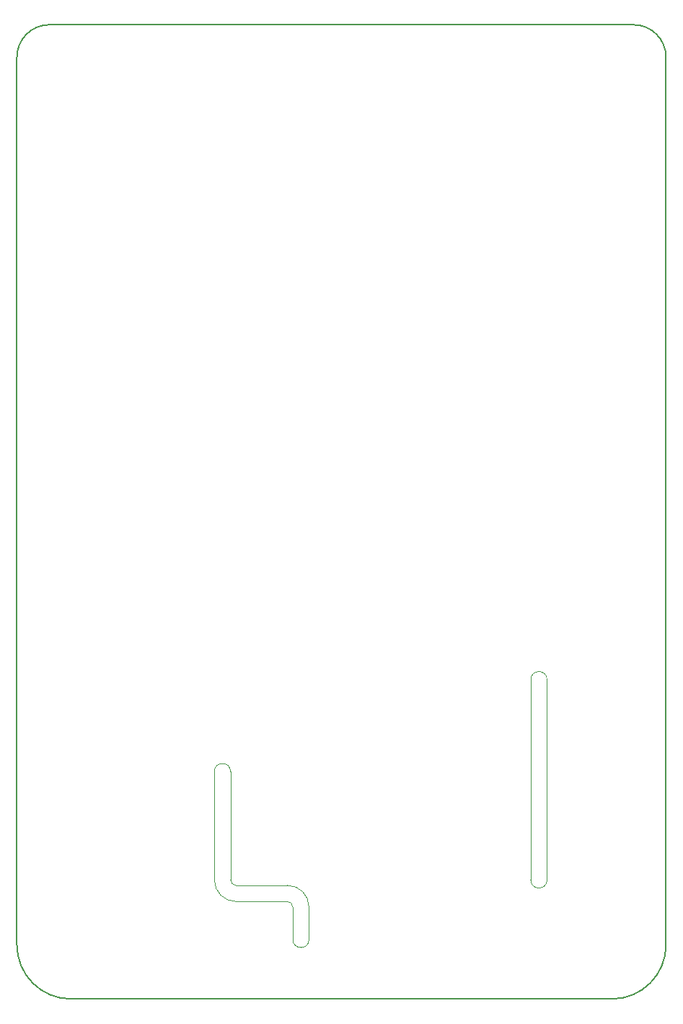
<source format=gbr>
%TF.GenerationSoftware,KiCad,Pcbnew,8.0.1-rc1*%
%TF.CreationDate,2024-12-19T23:23:59-08:00*%
%TF.ProjectId,MMTR_AFE_00_04_TORELEASE,4d4d5452-5f41-4464-955f-30305f30345f,rev?*%
%TF.SameCoordinates,Original*%
%TF.FileFunction,Profile,NP*%
%FSLAX46Y46*%
G04 Gerber Fmt 4.6, Leading zero omitted, Abs format (unit mm)*
G04 Created by KiCad (PCBNEW 8.0.1-rc1) date 2024-12-19 23:23:59*
%MOMM*%
%LPD*%
G01*
G04 APERTURE LIST*
%TA.AperFunction,Profile*%
%ADD10C,0.100000*%
%TD*%
%TA.AperFunction,Profile*%
%ADD11C,0.152400*%
%TD*%
G04 APERTURE END LIST*
D10*
X186690000Y-133350000D02*
G75*
G02*
X184785000Y-133350000I-952500J0D01*
G01*
X156210000Y-133985000D02*
G75*
G02*
X158750000Y-136525000I0J-2540000D01*
G01*
X186690000Y-109855000D02*
X186690000Y-133350000D01*
D11*
X124460000Y-36830000D02*
X124460000Y-140970000D01*
D10*
X150177500Y-133985000D02*
X156210000Y-133985000D01*
X156845000Y-140335000D02*
X156845000Y-136525000D01*
X147637500Y-120650000D02*
G75*
G02*
X149542500Y-120650000I952500J0D01*
G01*
X158750000Y-140335000D02*
G75*
G02*
X156845000Y-140335000I-952500J0D01*
G01*
X158750000Y-140335000D02*
X158750000Y-136525000D01*
X147637500Y-120650000D02*
X147637500Y-133350000D01*
D11*
X200660000Y-140970000D02*
X200660000Y-36830000D01*
D10*
X150177500Y-133985000D02*
G75*
G02*
X149542500Y-133350000I0J635000D01*
G01*
X150177500Y-135890000D02*
X156210000Y-135890000D01*
D11*
X196850000Y-33020000D02*
X128270000Y-33020000D01*
X130810000Y-147320000D02*
G75*
G02*
X124460000Y-140970000I0J6350000D01*
G01*
X200660000Y-140970000D02*
G75*
G02*
X194310000Y-147320000I-6350000J0D01*
G01*
X196850000Y-33020000D02*
G75*
G02*
X200660000Y-36830000I0J-3810000D01*
G01*
X130810000Y-147320000D02*
X194310000Y-147320000D01*
D10*
X156210000Y-135890000D02*
G75*
G02*
X156845000Y-136525000I0J-635000D01*
G01*
X184785000Y-109855000D02*
G75*
G02*
X186690000Y-109855000I952500J0D01*
G01*
X184785000Y-109855000D02*
X184785000Y-133350000D01*
X150177500Y-135890000D02*
G75*
G02*
X147637500Y-133350000I0J2540000D01*
G01*
X149542500Y-120650000D02*
X149542500Y-133350000D01*
D11*
X124460000Y-36830000D02*
G75*
G02*
X128270000Y-33020000I3810000J0D01*
G01*
M02*

</source>
